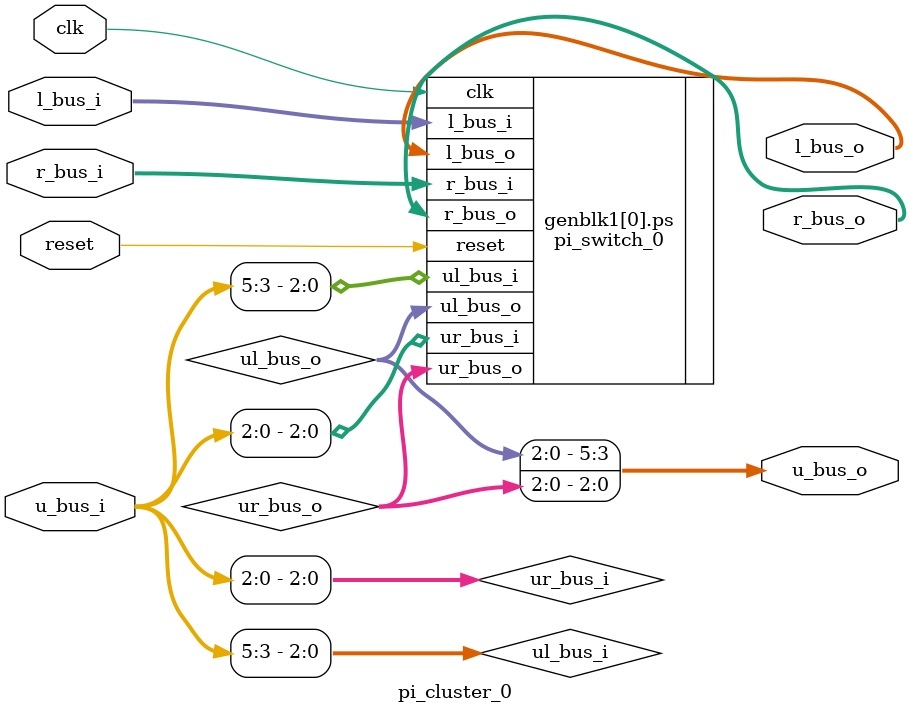
<source format=v>
`define PI_SWITCH
module pi_cluster_0 (
	input clk,
	input reset,
	input [num_switches*p_sz-1:0] l_bus_i,
	input [num_switches*p_sz-1:0] r_bus_i,
	input [2*num_switches*p_sz-1:0] u_bus_i,
	output [num_switches*p_sz-1:0] l_bus_o,
	output [num_switches*p_sz-1:0] r_bus_o,
	output [2*num_switches*p_sz-1:0] u_bus_o
	);
	// Override these values in top modules
	parameter num_leaves= 2;
	parameter payload_sz= 1;
	parameter addr= 1'b0;
	parameter level= 1; // only change if level == 0
	parameter p_sz= 1+$clog2(num_leaves)+payload_sz; //packet size
	parameter num_switches= 1;

	wire [num_switches*p_sz-1:0] ul_bus_i;
	wire [num_switches*p_sz-1:0] ur_bus_i;
	wire [num_switches*p_sz-1:0] ul_bus_o;
	wire [num_switches*p_sz-1:0] ur_bus_o;
	
	assign {ul_bus_i, ur_bus_i} = u_bus_i;
	assign u_bus_o= {ul_bus_o, ur_bus_o};
	genvar i;
	generate
	for (i= 0; i < num_switches; i= i + 1) begin
		pi_switch_0 #(
			.num_leaves(num_leaves),
			.payload_sz(payload_sz),
			.addr(addr),
			.level(level),
			.p_sz(p_sz))
			ps (
				.clk(clk),
				.reset(reset),
				.l_bus_i(l_bus_i[i*p_sz+:p_sz]),
				.r_bus_i(r_bus_i[i*p_sz+:p_sz]),
				.ul_bus_i(ul_bus_i[i*p_sz+:p_sz]),
				.ur_bus_i(ur_bus_i[i*p_sz+:p_sz]),
				.l_bus_o(l_bus_o[i*p_sz+:p_sz]),
				.r_bus_o(r_bus_o[i*p_sz+:p_sz]),
				.ul_bus_o(ul_bus_o[i*p_sz+:p_sz]),
				.ur_bus_o(ur_bus_o[i*p_sz+:p_sz]));
	end
	endgenerate
endmodule	



</source>
